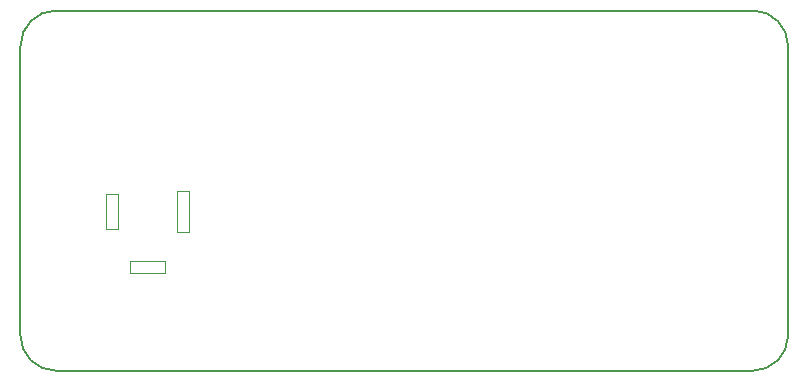
<source format=gbr>
G04 #@! TF.GenerationSoftware,KiCad,Pcbnew,(5.0.2)-1*
G04 #@! TF.CreationDate,2019-03-11T08:48:57-06:00*
G04 #@! TF.ProjectId,led_pi_board,6c65645f-7069-45f6-926f-6172642e6b69,rev?*
G04 #@! TF.SameCoordinates,Original*
G04 #@! TF.FileFunction,Profile,NP*
%FSLAX46Y46*%
G04 Gerber Fmt 4.6, Leading zero omitted, Abs format (unit mm)*
G04 Created by KiCad (PCBNEW (5.0.2)-1) date 3/11/2019 8:48:57 AM*
%MOMM*%
%LPD*%
G01*
G04 APERTURE LIST*
%ADD10C,0.200000*%
G04 #@! TA.AperFunction,NonConductor*
%ADD11C,0.000100*%
G04 #@! TD*
G04 APERTURE END LIST*
D10*
X100000000Y-103000000D02*
X100000000Y-127500000D01*
X103000000Y-100000000D02*
X162000000Y-100000000D01*
X100000000Y-103000000D02*
G75*
G02X103000000Y-100000000I3000000J0D01*
G01*
X162000000Y-100000000D02*
G75*
G02X165000000Y-103000000I0J-3000000D01*
G01*
X165000000Y-127500000D02*
G75*
G02X162000000Y-130500000I-3000000J0D01*
G01*
X103000000Y-130500000D02*
G75*
G02X100000000Y-127500000I0J3000000D01*
G01*
X162000000Y-130500000D02*
X103000000Y-130500000D01*
X165000000Y-103000000D02*
X165000000Y-127500000D01*
D11*
G04 #@! TO.C,J1*
X109250000Y-121200000D02*
X112250000Y-121200000D01*
X109250000Y-122200000D02*
X109250000Y-121200000D01*
X112250000Y-122200000D02*
X109250000Y-122200000D01*
X112250000Y-121200000D02*
X112250000Y-122200000D01*
X107250000Y-118500000D02*
X107250000Y-115500000D01*
X108250000Y-118500000D02*
X107250000Y-118500000D01*
X108250000Y-115500000D02*
X108250000Y-118500000D01*
X107250000Y-115500000D02*
X108250000Y-115500000D01*
X113250000Y-118750000D02*
X113250000Y-115250000D01*
X114250000Y-118750000D02*
X113250000Y-118750000D01*
X114250000Y-115250000D02*
X114250000Y-118750000D01*
X113250000Y-115250000D02*
X114250000Y-115250000D01*
G04 #@! TD*
M02*

</source>
